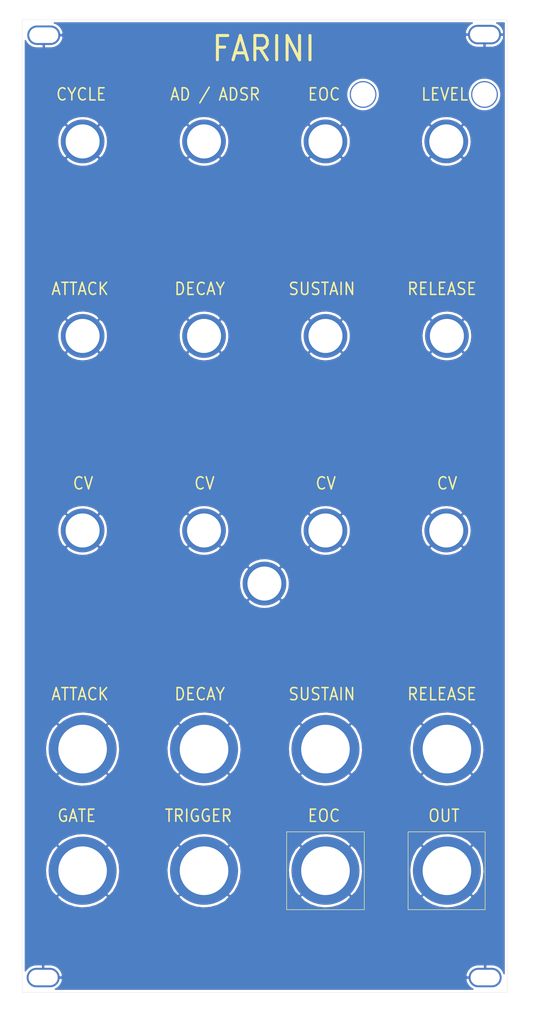
<source format=kicad_pcb>
(kicad_pcb (version 20171130) (host pcbnew "(5.1.9)-1")
  (layers (0 F.Cu signal) (31 B.Cu signal) (34 B.Paste user) (35 F.Paste user) (36 B.SilkS user) (37 F.SilkS user) (38 B.Mask user) (39 F.Mask user) (44 Edge.Cuts user))
  (net 0 "")
  (net 1 GND)
  (module Kosmo_panel:Kosmo_Panel_Slotted_Mounting_Hole (layer F.Cu) (at 120.904 10.541)
    (fp_text reference H1 hide)
    (fp_text value Mounting_Hole_Slotted)
    (pad 1 thru_hole oval (at 1.4 0) (size 6.8 4) (drill oval 6 3.2) (layers *.Cu *.Mask) (net 1 GND))
  )
  (module Kosmo_panel:Kosmo_Panel_Slotted_Mounting_Hole (layer F.Cu) (at 29.972 204.47)
    (fp_text reference H2 hide)
    (fp_text value Mounting_Hole_Slotted)
    (pad 1 thru_hole oval (at 1.4 0) (size 6.8 4) (drill oval 6 3.2) (layers *.Cu *.Mask) (net 1 GND))
  )
  (module Kosmo_panel:Kosmo_Panel_Slotted_Mounting_Hole (layer F.Cu) (at 121.031 204.47)
    (fp_text reference H3 hide)
    (fp_text value Mounting_Hole_Slotted)
    (pad 1 thru_hole oval (at 1.4 0) (size 6.8 4) (drill oval 6 3.2) (layers *.Cu *.Mask) (net 1 GND))
  )
  (module Kosmo_panel:Kosmo_Panel_Slotted_Mounting_Hole (layer F.Cu) (at 30.099 10.668)
    (fp_text reference H4 hide)
    (fp_text value Mounting_Hole_Slotted)
    (pad 1 thru_hole oval (at 1.4 0) (size 6.8 4) (drill oval 6 3.2) (layers *.Cu *.Mask) (net 1 GND))
  )
  (module Kosmo_panel:Kosmo_Jack_Hole (layer F.Cu) (at 39.497 157.48)
    (fp_text reference H5 hide)
    (fp_text value Jack_Hole)
    (pad 1 thru_hole circle (at 0 0) (size 14 14) (drill 10) (layers *.Cu *.Mask) (net 1 GND))
  )
  (module Kosmo_panel:Kosmo_Jack_Hole (layer F.Cu) (at 64.516 182.499)
    (fp_text reference H6 hide)
    (fp_text value Jack_Hole)
    (pad 1 thru_hole circle (at 0 0) (size 14 14) (drill 10) (layers *.Cu *.Mask) (net 1 GND))
  )
  (module Kosmo_panel:Kosmo_Jack_Hole (layer F.Cu) (at 64.516 157.48)
    (fp_text reference H7 hide)
    (fp_text value Jack_Hole)
    (pad 1 thru_hole circle (at 0 0) (size 14 14) (drill 10) (layers *.Cu *.Mask) (net 1 GND))
  )
  (module Kosmo_panel:Kosmo_Jack_Hole (layer F.Cu) (at 39.497 182.499)
    (fp_text reference H8 hide)
    (fp_text value Jack_Hole)
    (pad 1 thru_hole circle (at 0 0) (size 14 14) (drill 10) (layers *.Cu *.Mask) (net 1 GND))
  )
  (module Kosmo_panel:Kosmo_Jack_Hole (layer F.Cu) (at 114.554 182.499)
    (fp_text reference H9 hide)
    (fp_text value Jack_Hole)
    (pad 1 thru_hole circle (at 0 0) (size 14 14) (drill 10) (layers *.Cu *.Mask) (net 1 GND))
  )
  (module Kosmo_panel:Kosmo_Jack_Hole (layer F.Cu) (at 114.554 157.48)
    (fp_text reference H10 hide)
    (fp_text value Jack_Hole)
    (pad 1 thru_hole circle (at 0 0) (size 14 14) (drill 10) (layers *.Cu *.Mask) (net 1 GND))
  )
  (module Kosmo_panel:Kosmo_Jack_Hole (layer F.Cu) (at 89.535 182.499)
    (fp_text reference H11 hide)
    (fp_text value Jack_Hole)
    (pad 1 thru_hole circle (at 0 0) (size 14 14) (drill 10) (layers *.Cu *.Mask) (net 1 GND))
  )
  (module Kosmo_panel:Kosmo_Jack_Hole (layer F.Cu) (at 89.535 157.48)
    (fp_text reference H12 hide)
    (fp_text value Jack_Hole)
    (pad 1 thru_hole circle (at 0 0) (size 14 14) (drill 10) (layers *.Cu *.Mask) (net 1 GND))
  )
  (module Kosmo_panel:Kosmo_Pot_Hole (layer F.Cu) (at 89.535 112.522)
    (fp_text reference H13 hide)
    (fp_text value Pot_Hole)
    (pad 1 thru_hole circle (at 0 0) (size 9 9) (drill 7) (layers *.Cu *.Mask) (net 1 GND))
  )
  (module Kosmo_panel:Kosmo_Pot_Hole (layer F.Cu) (at 64.516 72.517)
    (fp_text reference H14 hide)
    (fp_text value Pot_Hole)
    (pad 1 thru_hole circle (at 0 0) (size 9 9) (drill 7) (layers *.Cu *.Mask) (net 1 GND))
  )
  (module Kosmo_panel:Kosmo_Pot_Hole (layer F.Cu) (at 89.535 72.517)
    (fp_text reference H15 hide)
    (fp_text value Pot_Hole)
    (pad 1 thru_hole circle (at 0 0) (size 9 9) (drill 7) (layers *.Cu *.Mask) (net 1 GND))
  )
  (module Kosmo_panel:Kosmo_Pot_Hole (layer F.Cu) (at 39.497 32.512)
    (fp_text reference H16 hide)
    (fp_text value Pot_Hole)
    (pad 1 thru_hole circle (at 0 0) (size 9 9) (drill 7) (layers *.Cu *.Mask) (net 1 GND))
  )
  (module Kosmo_panel:Kosmo_Pot_Hole (layer F.Cu) (at 39.497 112.522)
    (fp_text reference H17 hide)
    (fp_text value Pot_Hole)
    (pad 1 thru_hole circle (at 0 0) (size 9 9) (drill 7) (layers *.Cu *.Mask) (net 1 GND))
  )
  (module Kosmo_panel:Kosmo_Pot_Hole (layer F.Cu) (at 114.427 112.522)
    (fp_text reference H18 hide)
    (fp_text value Pot_Hole)
    (pad 1 thru_hole circle (at 0 0) (size 9 9) (drill 7) (layers *.Cu *.Mask) (net 1 GND))
  )
  (module Kosmo_panel:Kosmo_Pot_Hole (layer F.Cu) (at 114.427 32.512)
    (fp_text reference H19 hide)
    (fp_text value Pot_Hole)
    (pad 1 thru_hole circle (at 0 0) (size 9 9) (drill 7) (layers *.Cu *.Mask) (net 1 GND))
  )
  (module Kosmo_panel:Kosmo_Pot_Hole (layer F.Cu) (at 64.516 32.512)
    (fp_text reference H20 hide)
    (fp_text value Pot_Hole)
    (pad 1 thru_hole circle (at 0 0) (size 9 9) (drill 7) (layers *.Cu *.Mask) (net 1 GND))
  )
  (module Kosmo_panel:Kosmo_Pot_Hole (layer F.Cu) (at 39.497 72.517)
    (fp_text reference H21 hide)
    (fp_text value Pot_Hole)
    (pad 1 thru_hole circle (at 0 0) (size 9 9) (drill 7) (layers *.Cu *.Mask) (net 1 GND))
  )
  (module Kosmo_panel:Kosmo_Pot_Hole (layer F.Cu) (at 114.554 72.517)
    (fp_text reference H22 hide)
    (fp_text value Pot_Hole)
    (pad 1 thru_hole circle (at 0 0) (size 9 9) (drill 7) (layers *.Cu *.Mask) (net 1 GND))
  )
  (module Kosmo_panel:Kosmo_LED_Hole (layer F.Cu) (at 122.301 22.86)
    (fp_text reference H23 hide)
    (fp_text value Led_Hole)
    (pad 1 thru_hole circle (at 0 0) (size 5.5 5.5) (drill 5) (layers *.Cu *.Mask))
  )
  (module Kosmo_panel:Kosmo_LED_Hole (layer F.Cu) (at 97.282 22.86)
    (fp_text reference H24 hide)
    (fp_text value Led_Hole)
    (pad 1 thru_hole circle (at 0 0) (size 5.5 5.5) (drill 5) (layers *.Cu *.Mask))
  )
  (module Kosmo_panel:Kosmo_Switch_Hole (layer F.Cu) (at 76.962 123.444)
    (fp_text reference H25 hide)
    (fp_text value Switch_Hole)
    (pad 1 thru_hole circle (at 0 0) (size 9 9) (drill 7) (layers *.Cu *.Mask) (net 1 GND))
  )
  (module Kosmo_panel:Kosmo_Switch_Hole (layer F.Cu) (at 89.535 32.512)
    (fp_text reference H26 hide)
    (fp_text value Switch_Hole)
    (pad 1 thru_hole circle (at 0 0) (size 9 9) (drill 7) (layers *.Cu *.Mask) (net 1 GND))
  )
  (module Kosmo_panel:Kosmo_Switch_Hole (layer F.Cu) (at 64.516 112.522)
    (fp_text reference H27 hide)
    (fp_text value Switch_Hole)
    (pad 1 thru_hole circle (at 0 0) (size 9 9) (drill 7) (layers *.Cu *.Mask) (net 1 GND))
  )
  (gr_line (start 27.051 207.518) (end 27.051 7.493) (layer Edge.Cuts) (width 0.05))
  (gr_line (start 127 207.518) (end 27.051 207.518) (layer Edge.Cuts) (width 0.05))
  (gr_line (start 127 7.493) (end 127 207.518) (layer Edge.Cuts) (width 0.05))
  (gr_line (start 27.051 7.493) (end 127 7.493) (layer Edge.Cuts) (width 0.05))
  (gr_line (start 122.428 190.5) (end 106.553 190.5) (layer F.SilkS) (width 0.12))
  (gr_line (start 122.428 174.498) (end 122.428 190.5) (layer F.SilkS) (width 0.12))
  (gr_line (start 106.553 174.498) (end 122.428 174.498) (layer F.SilkS) (width 0.12))
  (gr_line (start 106.553 190.5) (end 106.553 174.498) (layer F.SilkS) (width 0.12))
  (gr_line (start 97.536 190.5) (end 81.534 190.5) (layer F.SilkS) (width 0.12))
  (gr_line (start 97.536 174.498) (end 97.536 190.5) (layer F.SilkS) (width 0.12))
  (gr_line (start 81.534 174.498) (end 97.536 174.498) (layer F.SilkS) (width 0.12))
  (gr_line (start 81.534 190.5) (end 81.534 174.498) (layer F.SilkS) (width 0.12))
  (gr_text DECAY (at 58.230814 147.650662) (layer F.SilkS) (effects (font (size 2.5 2.25) (thickness 0.3125)) (justify left bottom)))
  (gr_text "EOC " (at 85.716273 24.298482) (layer F.SilkS) (effects (font (size 2.5 2.25) (thickness 0.3125)) (justify left bottom)))
  (gr_text OUT (at 110.533782 172.650662) (layer F.SilkS) (effects (font (size 2.5 2.25) (thickness 0.3125)) (justify left bottom)))
  (gr_text FARINI (at 65.786228 16.371421) (layer F.SilkS) (effects (font (size 5 4.5) (thickness 0.625)) (justify left bottom)))
  (gr_text EOC (at 85.692747 172.650662) (layer F.SilkS) (effects (font (size 2.5 2.25) (thickness 0.3125)) (justify left bottom)))
  (gr_text RELEASE (at 106.196309 147.650662) (layer F.SilkS) (effects (font (size 2.5 2.25) (thickness 0.3125)) (justify left bottom)))
  (gr_text CV (at 112.299838 104.298482) (layer F.SilkS) (effects (font (size 2.5 2.25) (thickness 0.3125)) (justify left bottom)))
  (gr_text TRIGGER (at 56.247976 172.650662) (layer F.SilkS) (effects (font (size 2.5 2.25) (thickness 0.3125)) (justify left bottom)))
  (gr_text SUSTAIN (at 81.727056 147.650662) (layer F.SilkS) (effects (font (size 2.5 2.25) (thickness 0.3125)) (justify left bottom)))
  (gr_text CV (at 37.299838 104.298482) (layer F.SilkS) (effects (font (size 2.5 2.25) (thickness 0.3125)) (justify left bottom)))
  (gr_text "AD / ADSR" (at 57.339294 24.298482) (layer F.SilkS) (effects (font (size 2.5 2.25) (thickness 0.3125)) (justify left bottom)))
  (gr_text LEVEL (at 109.076349 24.298482) (layer F.SilkS) (effects (font (size 2.5 2.25) (thickness 0.3125)) (justify left bottom)))
  (gr_text CV (at 87.299838 104.298482) (layer F.SilkS) (effects (font (size 2.5 2.25) (thickness 0.3125)) (justify left bottom)))
  (gr_text GATE (at 34.116264 172.650662) (layer F.SilkS) (effects (font (size 2.5 2.25) (thickness 0.3125)) (justify left bottom)))
  (gr_text RELEASE (at 106.196309 64.298482) (layer F.SilkS) (effects (font (size 2.5 2.25) (thickness 0.3125)) (justify left bottom)))
  (gr_text SUSTAIN (at 81.727056 64.298482) (layer F.SilkS) (effects (font (size 2.5 2.25) (thickness 0.3125)) (justify left bottom)))
  (gr_text CV (at 62.299838 104.298482) (layer F.SilkS) (effects (font (size 2.5 2.25) (thickness 0.3125)) (justify left bottom)))
  (gr_text ATTACK (at 32.876988 64.298482) (layer F.SilkS) (effects (font (size 2.5 2.25) (thickness 0.3125)) (justify left bottom)))
  (gr_text CYCLE (at 33.855181 24.298482) (layer F.SilkS) (effects (font (size 2.5 2.25) (thickness 0.3125)) (justify left bottom)))
  (gr_text DECAY (at 58.230814 64.298482) (layer F.SilkS) (effects (font (size 2.5 2.25) (thickness 0.3125)) (justify left bottom)))
  (gr_text ATTACK (at 32.876988 147.650662) (layer F.SilkS) (effects (font (size 2.5 2.25) (thickness 0.3125)) (justify left bottom)))
  (zone (net 1) (net_name GND) (layer F.Cu) (connect_pads (clearance 0.508)) (min_thickness 0.254) (fill yes (arc_segments 32) (thermal_gap 0.508) (thermal_bridge_width 0.508))
    (polygon (pts (xy 134.366 213.995) (xy 22.479 213.995) (xy 22.479 4.064) (xy 134.366 4.064)))
  )
  (zone (net 1) (net_name GND) (layer B.Cu) (connect_pads (clearance 0.508)) (min_thickness 0.254) (fill yes (arc_segments 32) (thermal_gap 0.508) (thermal_bridge_width 0.508))
    (polygon (pts (xy 22.733 3.683) (xy 135.382 3.683) (xy 135.382 213.741) (xy 22.479 213.741) (xy 22.479 3.429)))
  )
)
</source>
